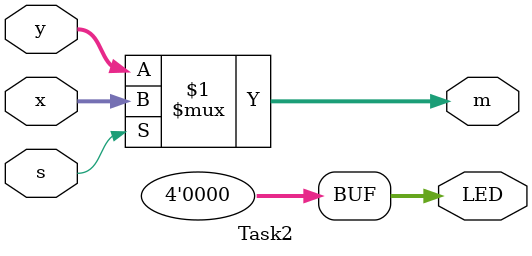
<source format=v>
module Task2(
    input [3:0] x,    // 4-bit input x
    input [3:0] y,    // 4-bit input y
    input s,          // 1-bit input select signal
    output [3:0] m,   // 4-bit output m
    output [3:0] LED  // 4-bit output LED
);

    // Multiplexer logic: select x if s is 1, otherwise select y
    assign m = (s) ? x : y;

    // Set all LEDs to 0
    assign LED = 4'b0000;

endmodule

</source>
